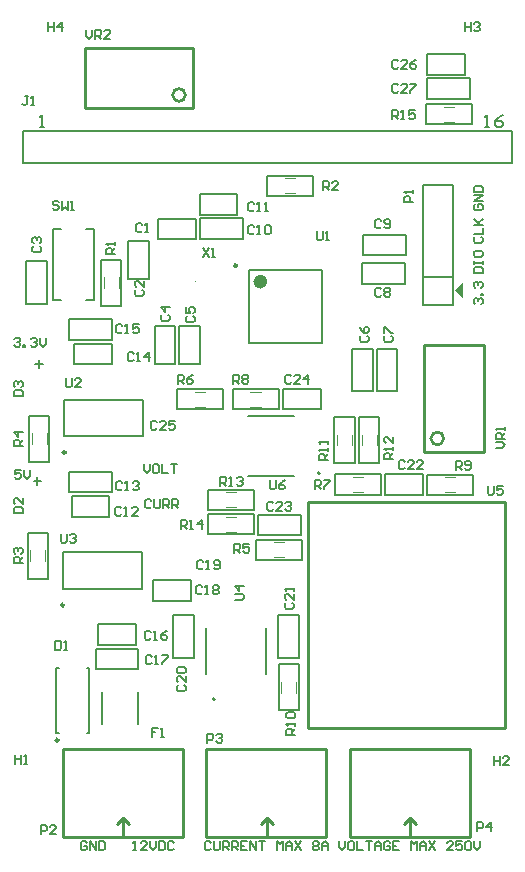
<source format=gto>
G04*
G04 #@! TF.GenerationSoftware,Altium Limited,Altium Designer,21.9.2 (33)*
G04*
G04 Layer_Color=65535*
%FSTAX25Y25*%
%MOIN*%
G70*
G04*
G04 #@! TF.SameCoordinates,0F4E3B0E-42B1-4E8D-80DC-DAFE1E1038FA*
G04*
G04*
G04 #@! TF.FilePolarity,Positive*
G04*
G01*
G75*
%ADD10C,0.02362*%
%ADD11C,0.00984*%
%ADD12C,0.00787*%
%ADD13C,0.00394*%
%ADD14C,0.01000*%
%ADD15C,0.00700*%
%ADD16C,0.00500*%
%ADD17C,0.00400*%
%ADD18C,0.00800*%
%ADD19C,0.00600*%
G36*
X04861Y02884D02*
X04886Y02859D01*
Y02909D01*
X04861Y02884D01*
D02*
G37*
D10*
X0422413Y0291268D02*
G03*
X0422413Y0291268I-0001181J0D01*
G01*
D11*
X0413358Y0296583D02*
G03*
X0413358Y0296583I-0000492J0D01*
G01*
X0356342Y0234298D02*
G03*
X0356342Y0234298I-0000492J0D01*
G01*
X0355841Y018346D02*
G03*
X0355841Y018346I-0000492J0D01*
G01*
X0353914Y01384D02*
G03*
X0353914Y01384I-0000492J0D01*
G01*
D12*
X0441078Y0227349D02*
G03*
X0441078Y0227349I-0000394J0D01*
G01*
X0406032Y0152D02*
G03*
X0406032Y0152I-0000394J0D01*
G01*
X0417295Y0270795D02*
X0441705D01*
X0417295Y0295205D02*
X0441705D01*
Y0270795D02*
Y0295205D01*
X0417295Y0270795D02*
Y0295205D01*
X0355849Y0239711D02*
X0382227D01*
X0355849Y0251916D02*
X0382227D01*
X0355849Y0239711D02*
Y0251916D01*
X0382227Y0239711D02*
Y0251916D01*
X0355349Y0188874D02*
X0381727D01*
X0355349Y0201078D02*
X0381727D01*
X0355349Y0188874D02*
Y0201078D01*
X0381727Y0188874D02*
Y0201078D01*
X035211Y0285189D02*
Y0308811D01*
Y0285189D02*
X0354866D01*
X035211Y0308811D02*
X0354866D01*
X0363134D02*
X036589D01*
X0363134Y0285189D02*
X036589D01*
Y0308811D01*
X0342024Y0341315D02*
X0504976D01*
Y0330685D02*
Y0341315D01*
X0342024Y0330685D02*
X0504976D01*
X0342024D02*
Y0341315D01*
X0368575Y0143745D02*
Y0154375D01*
X0380425Y0143745D02*
Y0154375D01*
X0353127Y0140959D02*
Y0162612D01*
X0364151Y0140959D02*
Y0162612D01*
X0353127Y0140959D02*
X0354013D01*
X0353127Y0162612D02*
X0354013D01*
X0363265Y0140959D02*
X0364151D01*
X0363265Y0162612D02*
X0364151D01*
D13*
X0399593Y0291407D02*
G03*
X0399593Y0291407I-0000197J0D01*
G01*
D14*
X0396221Y03535D02*
G03*
X0396221Y03535I-0002121J0D01*
G01*
X0482321Y0239D02*
G03*
X0482321Y0239I-0002121J0D01*
G01*
X0436982Y0142331D02*
Y0217922D01*
Y0142331D02*
X050273D01*
Y0217922D01*
X0436982D02*
X050273D01*
X03986Y0349D02*
Y0369D01*
X03629Y0349D02*
X03986D01*
X03629D02*
Y0369D01*
X03986D01*
X04757Y02345D02*
X04957D01*
X04757D02*
Y02702D01*
X04957D01*
Y02345D02*
Y02702D01*
X047105Y01062D02*
Y011235D01*
X047305Y011035D01*
X046905D02*
X047105Y011235D01*
X0451Y0106D02*
X0491D01*
X0451D02*
Y013555D01*
X0491Y0106D02*
Y013555D01*
X0451D02*
X0491D01*
X04233Y01062D02*
Y011235D01*
X04253Y011035D01*
X04213D02*
X04233Y011235D01*
X040325Y0106D02*
X044325D01*
X040325D02*
Y013555D01*
X044325Y0106D02*
Y013555D01*
X040325D02*
X044325D01*
X037555Y01062D02*
Y011235D01*
X037755Y011035D01*
X037355D02*
X037555Y011235D01*
X03555Y0106D02*
X03955D01*
X03555D02*
Y013555D01*
X03955Y0106D02*
Y013555D01*
X03555D02*
X03955D01*
D15*
X04756Y02929D02*
X04855D01*
X04755Y03234D02*
X04855D01*
X04755Y02834D02*
Y03234D01*
Y02834D02*
X04855D01*
Y03234D01*
D16*
X0476886Y0352134D02*
X0491059D01*
Y0359023D01*
X0476886D02*
X0491059D01*
X0476886Y0352134D02*
Y0359023D01*
X0476886Y0360221D02*
X0489484D01*
Y0367111D01*
X0476886D02*
X0489484D01*
X0476886Y0360221D02*
Y0367111D01*
X0343055Y0283811D02*
Y0297984D01*
Y0283811D02*
X0349945D01*
Y0297984D01*
X0343055D02*
X0349945D01*
X0427255Y0165913D02*
Y0180087D01*
Y0165913D02*
X0434145D01*
Y0180087D01*
X0427255D02*
X0434145D01*
X0428849Y0248655D02*
X0441448D01*
Y0255545D01*
X0428849D02*
X0441448D01*
X0428849Y0248655D02*
Y0255545D01*
X0400988Y0305468D02*
X0415374D01*
Y0312357D01*
X0400988D02*
X0415374D01*
X0400988Y0305468D02*
Y0312357D01*
X0400988Y0313555D02*
X0413586D01*
Y0320445D01*
X0400988D02*
X0413586D01*
X0400988Y0313555D02*
Y0320445D01*
X0387192Y03054D02*
X039979D01*
Y031229D01*
X0387192D02*
X039979D01*
X0387192Y03054D02*
Y031229D01*
X0377129Y0292195D02*
Y0304793D01*
Y0292195D02*
X0384019D01*
Y0304793D01*
X0377129D02*
X0384019D01*
X0455288Y0306931D02*
X0469674D01*
X0455288Y0300041D02*
Y0306931D01*
Y0300041D02*
X0469674D01*
Y0306931D01*
X0455076Y0297345D02*
X0469462D01*
X0455076Y0290455D02*
Y0297345D01*
Y0290455D02*
X0469462D01*
Y0297345D01*
X0458773Y0254768D02*
Y0268941D01*
X0451883D02*
X0458773D01*
X0451883Y0254768D02*
Y0268941D01*
Y0254768D02*
X0458773D01*
X045997Y0254795D02*
Y0268969D01*
Y0254795D02*
X046686D01*
Y0268969D01*
X045997D02*
X046686D01*
X0385958Y0263842D02*
Y0276441D01*
Y0263842D02*
X0392848D01*
Y0276441D01*
X0385958D02*
X0392848D01*
X0394045Y0263842D02*
Y0276441D01*
Y0263842D02*
X0400935D01*
Y0276441D01*
X0394045D02*
X0400935D01*
X0357424Y0278721D02*
X0371597D01*
X0357424Y0271831D02*
Y0278721D01*
Y0271831D02*
X0371597D01*
Y0278721D01*
X0358999Y0270634D02*
X0371597D01*
X0358999Y0263744D02*
Y0270634D01*
Y0263744D02*
X0371597D01*
Y0270634D01*
X0357479Y0227883D02*
X0371653D01*
X0357479Y0220994D02*
Y0227883D01*
Y0220994D02*
X0371653D01*
Y0227883D01*
X0358267Y0219796D02*
X0370865D01*
X0358267Y0212906D02*
Y0219796D01*
Y0212906D02*
X0370865D01*
Y0219796D01*
X0366413Y0168958D02*
X0380587D01*
X0366413Y0162068D02*
Y0168958D01*
Y0162068D02*
X0380587D01*
Y0168958D01*
X0367201Y0177046D02*
X0379799D01*
X0367201Y0170156D02*
Y0177046D01*
Y0170156D02*
X0379799D01*
Y0177046D01*
X0385484Y019182D02*
X0398083D01*
X0385484Y018493D02*
Y019182D01*
Y018493D02*
X0398083D01*
Y019182D01*
X0398969Y0165913D02*
Y0180087D01*
X0392079D02*
X0398969D01*
X0392079Y0165913D02*
Y0180087D01*
Y0165913D02*
X0398969D01*
X0420413Y0213539D02*
X0434913D01*
Y0206649D02*
Y0213539D01*
X0420413Y0206649D02*
X0434913D01*
X0420413D02*
Y0213539D01*
X0462701Y0220255D02*
Y0227145D01*
X0475299D01*
Y0220255D02*
Y0227145D01*
X0462701Y0220255D02*
X0475299D01*
X04767Y02202D02*
X0492D01*
Y02269D01*
X04767D02*
X0492D01*
X04767Y02202D02*
Y02269D01*
X04037Y0206999D02*
X0419D01*
Y0213699D01*
X04037D02*
X0419D01*
X04037Y0206999D02*
Y0213699D01*
X04038Y02152D02*
X04191D01*
Y02219D01*
X04038D02*
X04191D01*
X04038Y02152D02*
Y02219D01*
X04197Y01986D02*
X0435D01*
Y02053D01*
X04197D02*
X0435D01*
X04197Y01986D02*
Y02053D01*
X039341Y0255445D02*
X040871D01*
X039341Y0248745D02*
Y0255445D01*
Y0248745D02*
X040871D01*
Y0255445D01*
X04459Y0230749D02*
Y0246049D01*
Y0230749D02*
X04526D01*
Y0246049D01*
X04459D02*
X04526D01*
X0412Y02555D02*
X04273D01*
X0412Y02488D02*
Y02555D01*
Y02488D02*
X04273D01*
Y02555D01*
X0454101Y0230749D02*
Y0246049D01*
Y0230749D02*
X0460801D01*
Y0246049D01*
X0454101D02*
X0460801D01*
X0417102Y0246365D02*
X0432456D01*
X0417102Y0226483D02*
X0432456D01*
X0403059Y0160323D02*
Y0175677D01*
X0422941Y0160323D02*
Y0175677D01*
X04917Y03437D02*
Y03504D01*
X04764Y03437D02*
X04917D01*
X04764D02*
Y03504D01*
X04917D01*
X04273Y01637D02*
X0434D01*
Y01484D02*
Y01637D01*
X04273Y01484D02*
X0434D01*
X04273D02*
Y01637D01*
X0461351Y02203D02*
Y0227D01*
X0446051Y02203D02*
X0461351D01*
X0446051D02*
Y0227D01*
X0461351D01*
X03442Y0231264D02*
X03509D01*
X03442D02*
Y0246564D01*
X03509D01*
Y0231264D02*
Y0246564D01*
X03437Y01923D02*
X03504D01*
X03437D02*
Y02076D01*
X03504D01*
Y01923D02*
Y02076D01*
X04234Y03199D02*
Y03266D01*
X04387D01*
Y03199D02*
Y03266D01*
X04234Y03199D02*
X04387D01*
X03682Y02833D02*
X03749D01*
X03682D02*
Y02986D01*
X03749D01*
Y02833D02*
Y02986D01*
X0347396Y0262469D02*
Y0265039D01*
X0348681Y0263754D02*
X034611D01*
X0346896Y0223504D02*
Y0226075D01*
X0348181Y022479D02*
X034561D01*
D17*
X04827Y02261D02*
X04861D01*
X04827Y02211D02*
X04861D01*
X04097Y0212899D02*
X04131D01*
X04097Y0207899D02*
X04131D01*
X04098Y02211D02*
X04132D01*
X04098Y02161D02*
X04132D01*
X04257Y02045D02*
X04291D01*
X04257Y01995D02*
X04291D01*
X039931Y0249545D02*
X040271D01*
X039931Y0254545D02*
X040271D01*
X04518Y0236649D02*
Y0240049D01*
X04468Y0236649D02*
Y0240049D01*
X04179Y02496D02*
X04213D01*
X04179Y02546D02*
X04213D01*
X0460001Y0236649D02*
Y0240049D01*
X0455001Y0236649D02*
Y0240049D01*
X04823Y03495D02*
X04857D01*
X04823Y03445D02*
X04857D01*
X04282Y01543D02*
Y01577D01*
X04332Y01543D02*
Y01577D01*
X0451951Y02261D02*
X0455351D01*
X0451951Y02211D02*
X0455351D01*
X035Y0237264D02*
Y0240664D01*
X0345Y0237264D02*
Y0240664D01*
X03495Y01983D02*
Y02017D01*
X03445Y01983D02*
Y02017D01*
X04294Y03208D02*
X04328D01*
X04294Y03258D02*
X04328D01*
X0374Y02893D02*
Y02927D01*
X0369Y02893D02*
Y02927D01*
D18*
X03456Y0303D02*
X03451Y03025D01*
Y0301501D01*
X03456Y0301001D01*
X03476D01*
X0348099Y0301501D01*
Y03025D01*
X03476Y0303D01*
X03456Y0304D02*
X03451Y03045D01*
Y0305499D01*
X03456Y0305999D01*
X03461D01*
X03466Y0305499D01*
Y0304999D01*
Y0305499D01*
X03471Y0305999D01*
X03476D01*
X0348099Y0305499D01*
Y03045D01*
X03476Y0304D01*
X03392Y0272099D02*
X03397Y0272599D01*
X03407D01*
X0341199Y0272099D01*
Y0271599D01*
X03407Y0271099D01*
X03402D01*
X03407D01*
X0341199Y02706D01*
Y02701D01*
X03407Y02696D01*
X03397D01*
X03392Y02701D01*
X0342199Y02696D02*
Y02701D01*
X0342699D01*
Y02696D01*
X0342199D01*
X0344698Y0272099D02*
X0345198Y0272599D01*
X0346198D01*
X0346698Y0272099D01*
Y0271599D01*
X0346198Y0271099D01*
X0345698D01*
X0346198D01*
X0346698Y02706D01*
Y02701D01*
X0346198Y02696D01*
X0345198D01*
X0344698Y02701D01*
X0347697Y0272599D02*
Y02706D01*
X0348697Y02696D01*
X0349697Y02706D01*
Y0272599D01*
X0341338Y0228562D02*
X0339339D01*
Y0227063D01*
X0340339Y0227563D01*
X0340839D01*
X0341338Y0227063D01*
Y0226063D01*
X0340839Y0225563D01*
X0339839D01*
X0339339Y0226063D01*
X0342338Y0228562D02*
Y0226563D01*
X0343338Y0225563D01*
X0344338Y0226563D01*
Y0228562D01*
X0492801Y02837D02*
X0492301Y02842D01*
Y0285199D01*
X0492801Y0285699D01*
X0493301D01*
X04938Y0285199D01*
Y02847D01*
Y0285199D01*
X04943Y0285699D01*
X04948D01*
X04953Y0285199D01*
Y02842D01*
X04948Y02837D01*
X04953Y0286699D02*
X04948D01*
Y0287199D01*
X04953D01*
Y0286699D01*
X0492801Y0289198D02*
X0492301Y0289698D01*
Y0290698D01*
X0492801Y0291198D01*
X0493301D01*
X04938Y0290698D01*
Y0290198D01*
Y0290698D01*
X04943Y0291198D01*
X04948D01*
X04953Y0290698D01*
Y0289698D01*
X04948Y0289198D01*
X0492301Y0294D02*
X04953D01*
Y02955D01*
X04948Y0295999D01*
X0492801D01*
X0492301Y02955D01*
Y0294D01*
Y0296999D02*
Y0297999D01*
Y0297499D01*
X04953D01*
Y0296999D01*
Y0297999D01*
X0492301Y0300998D02*
Y0299998D01*
X0492801Y0299498D01*
X04948D01*
X04953Y0299998D01*
Y0300998D01*
X04948Y0301498D01*
X0492801D01*
X0492301Y0300998D01*
X0492801Y0306299D02*
X0492301Y03058D01*
Y03048D01*
X0492801Y03043D01*
X04948D01*
X04953Y03048D01*
Y03058D01*
X04948Y0306299D01*
X0492301Y0307299D02*
X04953D01*
Y0309298D01*
X0492301Y0310298D02*
X04953D01*
X04943D01*
X0492301Y0312298D01*
X04938Y0310798D01*
X04953Y0312298D01*
X0492801Y0317099D02*
X0492301Y0316599D01*
Y03156D01*
X0492801Y03151D01*
X04948D01*
X04953Y03156D01*
Y0316599D01*
X04948Y0317099D01*
X04938D01*
Y03161D01*
X04953Y0318099D02*
X0492301D01*
X04953Y0320098D01*
X0492301D01*
Y0321098D02*
X04953D01*
Y0322598D01*
X04948Y0323097D01*
X0492801D01*
X0492301Y0322598D01*
Y0321098D01*
X047225Y0317651D02*
X046925D01*
Y031915D01*
X046975Y031965D01*
X047075D01*
X047125Y031915D01*
Y0317651D01*
X047225Y032065D02*
Y0321649D01*
Y0321149D01*
X046925D01*
X046975Y032065D01*
X0489301Y0377699D02*
Y03747D01*
Y03762D01*
X04913D01*
Y0377699D01*
Y03747D01*
X04923Y03772D02*
X04928Y0377699D01*
X0493799D01*
X0494299Y03772D01*
Y03767D01*
X0493799Y03762D01*
X0493299D01*
X0493799D01*
X0494299Y03757D01*
Y03752D01*
X0493799Y03747D01*
X04928D01*
X04923Y03752D01*
X0350501Y03778D02*
Y03748D01*
Y03763D01*
X03525D01*
Y03778D01*
Y03748D01*
X0354999D02*
Y03778D01*
X03535Y03763D01*
X0355499D01*
X0384799Y0218299D02*
X0384299Y0218799D01*
X03833D01*
X03828Y0218299D01*
Y02163D01*
X03833Y02158D01*
X0384299D01*
X0384799Y02163D01*
X0385799Y0218799D02*
Y02163D01*
X0386299Y02158D01*
X0387298D01*
X0387798Y02163D01*
Y0218799D01*
X0388798Y02158D02*
Y0218799D01*
X0390298D01*
X0390797Y0218299D01*
Y02173D01*
X0390298Y02168D01*
X0388798D01*
X0389798D02*
X0390797Y02158D01*
X0391797D02*
Y0218799D01*
X0393297D01*
X0393796Y0218299D01*
Y02173D01*
X0393297Y02168D01*
X0391797D01*
X0392797D02*
X0393796Y02158D01*
X03824Y0230399D02*
Y02284D01*
X03834Y02274D01*
X0384399Y02284D01*
Y0230399D01*
X0386898D02*
X0385899D01*
X0385399Y0229899D01*
Y02279D01*
X0385899Y02274D01*
X0386898D01*
X0387398Y02279D01*
Y0229899D01*
X0386898Y0230399D01*
X0388398D02*
Y02274D01*
X0390397D01*
X0391397Y0230399D02*
X0393396D01*
X0392397D01*
Y02274D01*
X0404756Y0104299D02*
X0404256Y0104799D01*
X0403257D01*
X0402757Y0104299D01*
Y01023D01*
X0403257Y01018D01*
X0404256D01*
X0404756Y01023D01*
X0405756Y0104799D02*
Y01023D01*
X0406255Y01018D01*
X0407255D01*
X0407755Y01023D01*
Y0104799D01*
X0408755Y01018D02*
Y0104799D01*
X0410254D01*
X0410754Y0104299D01*
Y0103299D01*
X0410254Y01028D01*
X0408755D01*
X0409754D02*
X0410754Y01018D01*
X0411754D02*
Y0104799D01*
X0413253D01*
X0413753Y0104299D01*
Y0103299D01*
X0413253Y01028D01*
X0411754D01*
X0412753D02*
X0413753Y01018D01*
X0416752Y0104799D02*
X0414753D01*
Y01018D01*
X0416752D01*
X0414753Y0103299D02*
X0415752D01*
X0417752Y01018D02*
Y0104799D01*
X0419751Y01018D01*
Y0104799D01*
X0420751D02*
X042275D01*
X042175D01*
Y01018D01*
X0426749D02*
Y0104799D01*
X0427748Y0103799D01*
X0428748Y0104799D01*
Y01018D01*
X0429748D02*
Y0103799D01*
X0430748Y0104799D01*
X0431747Y0103799D01*
Y01018D01*
Y0103299D01*
X0429748D01*
X0432747Y0104799D02*
X0434746Y01018D01*
Y0104799D02*
X0432747Y01018D01*
X0438745Y0104299D02*
X0439245Y0104799D01*
X0440244D01*
X0440744Y0104299D01*
Y0103799D01*
X0440244Y0103299D01*
X0440744Y01028D01*
Y01023D01*
X0440244Y01018D01*
X0439245D01*
X0438745Y01023D01*
Y01028D01*
X0439245Y0103299D01*
X0438745Y0103799D01*
Y0104299D01*
X0439245Y0103299D02*
X0440244D01*
X0441744Y01018D02*
Y0103799D01*
X0442744Y0104799D01*
X0443743Y0103799D01*
Y01018D01*
Y0103299D01*
X0441744D01*
X0447508Y0104799D02*
Y01028D01*
X0448507Y01018D01*
X0449507Y01028D01*
Y0104799D01*
X0452006D02*
X0451007D01*
X0450507Y0104299D01*
Y01023D01*
X0451007Y01018D01*
X0452006D01*
X0452506Y01023D01*
Y0104299D01*
X0452006Y0104799D01*
X0453506D02*
Y01018D01*
X0455505D01*
X0456505Y0104799D02*
X0458504D01*
X0457504D01*
Y01018D01*
X0459504D02*
Y0103799D01*
X0460503Y0104799D01*
X0461503Y0103799D01*
Y01018D01*
Y0103299D01*
X0459504D01*
X0464502Y0104299D02*
X0464002Y0104799D01*
X0463003D01*
X0462503Y0104299D01*
Y01023D01*
X0463003Y01018D01*
X0464002D01*
X0464502Y01023D01*
Y0103299D01*
X0463502D01*
X0467501Y0104799D02*
X0465502D01*
Y01018D01*
X0467501D01*
X0465502Y0103299D02*
X0466502D01*
X04715Y01018D02*
Y0104799D01*
X04725Y0103799D01*
X0473499Y0104799D01*
Y01018D01*
X0474499D02*
Y0103799D01*
X0475498Y0104799D01*
X0476498Y0103799D01*
Y01018D01*
Y0103299D01*
X0474499D01*
X0477498Y0104799D02*
X0479497Y01018D01*
Y0104799D02*
X0477498Y01018D01*
X0485495D02*
X0483496D01*
X0485495Y0103799D01*
Y0104299D01*
X0484996Y0104799D01*
X0483996D01*
X0483496Y0104299D01*
X0488494Y0104799D02*
X0486495D01*
Y0103299D01*
X0487495Y0103799D01*
X0487994D01*
X0488494Y0103299D01*
Y01023D01*
X0487994Y01018D01*
X0486995D01*
X0486495Y01023D01*
X0489494Y0104299D02*
X0489994Y0104799D01*
X0490993D01*
X0491493Y0104299D01*
Y01023D01*
X0490993Y01018D01*
X0489994D01*
X0489494Y01023D01*
Y0104299D01*
X0492493Y0104799D02*
Y01028D01*
X0493493Y01018D01*
X0494492Y01028D01*
Y0104799D01*
X03789Y01018D02*
X03799D01*
X03794D01*
Y0104799D01*
X03789Y0104299D01*
X0383399Y01018D02*
X0381399D01*
X0383399Y0103799D01*
Y0104299D01*
X0382899Y0104799D01*
X0381899D01*
X0381399Y0104299D01*
X0384398Y0104799D02*
Y01028D01*
X0385398Y01018D01*
X0386398Y01028D01*
Y0104799D01*
X0387397D02*
Y01018D01*
X0388897D01*
X0389397Y01023D01*
Y0104299D01*
X0388897Y0104799D01*
X0387397D01*
X0392396Y0104299D02*
X0391896Y0104799D01*
X0390896D01*
X0390396Y0104299D01*
Y01023D01*
X0390896Y01018D01*
X0391896D01*
X0392396Y01023D01*
X0363299Y0104299D02*
X03628Y0104799D01*
X03618D01*
X03613Y0104299D01*
Y01023D01*
X03618Y01018D01*
X03628D01*
X0363299Y01023D01*
Y0103299D01*
X03623D01*
X0364299Y01018D02*
Y0104799D01*
X0366298Y01018D01*
Y0104799D01*
X0367298D02*
Y01018D01*
X0368798D01*
X0369297Y01023D01*
Y0104299D01*
X0368798Y0104799D01*
X0367298D01*
X0440001Y0307999D02*
Y03055D01*
X04405Y0305D01*
X04415D01*
X0442Y03055D01*
Y0307999D01*
X0443Y0305D02*
X0443999D01*
X04435D01*
Y0307999D01*
X0443Y03075D01*
X0354701Y0207299D02*
Y02048D01*
X0355201Y02043D01*
X03562D01*
X03567Y02048D01*
Y0207299D01*
X03577Y02068D02*
X03582Y0207299D01*
X0359199D01*
X0359699Y02068D01*
Y02063D01*
X0359199Y02058D01*
X0358699D01*
X0359199D01*
X0359699Y02053D01*
Y02048D01*
X0359199Y02043D01*
X03582D01*
X03577Y02048D01*
X0356301Y02591D02*
Y02566D01*
X0356801Y0256101D01*
X03578D01*
X03583Y02566D01*
Y02591D01*
X0361299Y0256101D02*
X03593D01*
X0361299Y02581D01*
Y02586D01*
X0360799Y02591D01*
X03598D01*
X03593Y02586D01*
X0486401Y0228601D02*
Y0231599D01*
X04879D01*
X04884Y02311D01*
Y02301D01*
X04879Y02296D01*
X0486401D01*
X04874D02*
X04884Y0228601D01*
X04894Y02291D02*
X04899Y0228601D01*
X0490899D01*
X0491399Y02291D01*
Y02311D01*
X0490899Y0231599D01*
X04899D01*
X04894Y02311D01*
Y02306D01*
X04899Y02301D01*
X0491399D01*
X0386601Y0244411D02*
X0386101Y0244911D01*
X0385101D01*
X0384601Y0244411D01*
Y0242412D01*
X0385101Y0241912D01*
X0386101D01*
X0386601Y0242412D01*
X03896Y0241912D02*
X03876D01*
X03896Y0243912D01*
Y0244411D01*
X03891Y0244911D01*
X03881D01*
X03876Y0244411D01*
X0392599Y0244911D02*
X0390599D01*
Y0243412D01*
X0391599Y0243912D01*
X0392099D01*
X0392599Y0243412D01*
Y0242412D01*
X0392099Y0241912D01*
X0391099D01*
X0390599Y0242412D01*
X0442101Y03218D02*
Y0324799D01*
X04436D01*
X04441Y03243D01*
Y03233D01*
X04436Y03228D01*
X0442101D01*
X0443101D02*
X04441Y03218D01*
X0447099D02*
X04451D01*
X0447099Y03238D01*
Y03243D01*
X0446599Y0324799D01*
X04456D01*
X04451Y03243D01*
X0402001Y03026D02*
X0404Y0299601D01*
Y03026D02*
X0402001Y0299601D01*
X0405D02*
X0405999D01*
X04055D01*
Y03026D01*
X0405Y03021D01*
X03632Y0375299D02*
Y03733D01*
X03642Y03723D01*
X0365199Y03733D01*
Y0375299D01*
X0366199Y03723D02*
Y0375299D01*
X0367699D01*
X0368198Y0374799D01*
Y0373799D01*
X0367699Y03733D01*
X0366199D01*
X0367199D02*
X0368198Y03723D01*
X0371197D02*
X0369198D01*
X0371197Y0374299D01*
Y0374799D01*
X0370698Y0375299D01*
X0369698D01*
X0369198Y0374799D01*
X04997Y0235801D02*
X05017D01*
X05027Y0236801D01*
X05017Y0237801D01*
X04997D01*
X05027Y02388D02*
X04997D01*
Y02403D01*
X05002Y0240799D01*
X05012D01*
X05017Y02403D01*
Y02388D01*
Y02398D02*
X05027Y0240799D01*
Y0241799D02*
Y0242799D01*
Y0242299D01*
X04997D01*
X05002Y0241799D01*
X0424401Y0224999D02*
Y02225D01*
X0424901Y0222001D01*
X04259D01*
X04264Y02225D01*
Y0224999D01*
X0429399D02*
X04284Y02245D01*
X04274Y02235D01*
Y02225D01*
X04279Y0222001D01*
X0428899D01*
X0429399Y02225D01*
Y0223D01*
X0428899Y02235D01*
X04274D01*
X0497001Y02232D02*
Y02207D01*
X0497501Y02202D01*
X04985D01*
X0499Y02207D01*
Y02232D01*
X0501999D02*
X05D01*
Y02217D01*
X0500999Y02222D01*
X0501499D01*
X0501999Y02217D01*
Y02207D01*
X0501499Y02202D01*
X05005D01*
X05Y02207D01*
X0412601Y0185201D02*
X04151D01*
X0415599Y0185701D01*
Y01867D01*
X04151Y01872D01*
X0412601D01*
X0415599Y0189699D02*
X0412601D01*
X04141Y01882D01*
Y0190199D01*
X0353999Y0317799D02*
X03535Y0318299D01*
X03525D01*
X0352Y0317799D01*
Y0317299D01*
X03525Y0316799D01*
X03535D01*
X0353999Y03163D01*
Y03158D01*
X03535Y03153D01*
X03525D01*
X0352Y03158D01*
X0354999Y0318299D02*
Y03153D01*
X0355999Y03163D01*
X0356998Y03153D01*
Y0318299D01*
X0357998Y03153D02*
X0358998D01*
X0358498D01*
Y0318299D01*
X0357998Y0317799D01*
X0465186Y0345401D02*
Y0348399D01*
X0466686D01*
X0467186Y03479D01*
Y03469D01*
X0466686Y03464D01*
X0465186D01*
X0466186D02*
X0467186Y0345401D01*
X0468185D02*
X0469185D01*
X0468685D01*
Y0348399D01*
X0468185Y03479D01*
X0472684Y0348399D02*
X0470685D01*
Y03469D01*
X0471684Y03474D01*
X0472184D01*
X0472684Y03469D01*
Y03459D01*
X0472184Y0345401D01*
X0471184D01*
X0470685Y03459D01*
X0394651Y02089D02*
Y0211899D01*
X0396151D01*
X0396651Y02114D01*
Y02104D01*
X0396151Y02099D01*
X0394651D01*
X0395651D02*
X0396651Y02089D01*
X039765D02*
X039865D01*
X039815D01*
Y0211899D01*
X039765Y02114D01*
X0401649Y02089D02*
Y0211899D01*
X0400149Y02104D01*
X0402149D01*
X0407851Y02232D02*
Y02262D01*
X0409351D01*
X0409851Y02257D01*
Y02247D01*
X0409351Y02242D01*
X0407851D01*
X0408851D02*
X0409851Y02232D01*
X041085D02*
X041185D01*
X041135D01*
Y02262D01*
X041085Y02257D01*
X0413349D02*
X0413849Y02262D01*
X0414849D01*
X0415349Y02257D01*
Y02252D01*
X0414849Y02247D01*
X0414349D01*
X0414849D01*
X0415349Y02242D01*
Y02237D01*
X0414849Y02232D01*
X0413849D01*
X0413349Y02237D01*
X0465499Y0232051D02*
X04625D01*
Y0233551D01*
X0463Y0234051D01*
X0464D01*
X04645Y0233551D01*
Y0232051D01*
Y0233051D02*
X0465499Y0234051D01*
Y023505D02*
Y023605D01*
Y023555D01*
X04625D01*
X0463Y023505D01*
X0465499Y0239549D02*
Y0237549D01*
X04635Y0239549D01*
X0463D01*
X04625Y0239049D01*
Y0238049D01*
X0463Y0237549D01*
X04436Y0231651D02*
X04406D01*
Y0233151D01*
X04411Y023365D01*
X04421D01*
X04426Y0233151D01*
Y0231651D01*
Y0232651D02*
X04436Y023365D01*
Y023465D02*
Y023565D01*
Y023515D01*
X04406D01*
X04411Y023465D01*
X04436Y0237149D02*
Y0238149D01*
Y0237649D01*
X04406D01*
X04411Y0237149D01*
X04329Y0140151D02*
X0429901D01*
Y0141651D01*
X04304Y0142151D01*
X04314D01*
X04319Y0141651D01*
Y0140151D01*
Y0141151D02*
X04329Y0142151D01*
Y014315D02*
Y014415D01*
Y014365D01*
X0429901D01*
X04304Y014315D01*
Y0145649D02*
X0429901Y0146149D01*
Y0147149D01*
X04304Y0147649D01*
X04324D01*
X04329Y0147149D01*
Y0146149D01*
X04324Y0145649D01*
X04304D01*
X0412101Y02573D02*
Y0260299D01*
X04136D01*
X04141Y02598D01*
Y02588D01*
X04136Y02583D01*
X0412101D01*
X04131D02*
X04141Y02573D01*
X04151Y02598D02*
X04156Y0260299D01*
X0416599D01*
X0417099Y02598D01*
Y02593D01*
X0416599Y02588D01*
X0417099Y02583D01*
Y02578D01*
X0416599Y02573D01*
X04156D01*
X04151Y02578D01*
Y02583D01*
X04156Y02588D01*
X04151Y02593D01*
Y02598D01*
X04156Y02588D02*
X0416599D01*
X0439401Y0222301D02*
Y02253D01*
X04409D01*
X04414Y02248D01*
Y02238D01*
X04409Y02233D01*
X0439401D01*
X0440401D02*
X04414Y0222301D01*
X04424Y02253D02*
X0444399D01*
Y02248D01*
X04424Y02228D01*
Y0222301D01*
X0393701Y02573D02*
Y0260299D01*
X03952D01*
X03957Y02598D01*
Y02588D01*
X03952Y02583D01*
X0393701D01*
X0394701D02*
X03957Y02573D01*
X0398699Y0260299D02*
X0397699Y02598D01*
X03967Y02588D01*
Y02578D01*
X03972Y02573D01*
X0398199D01*
X0398699Y02578D01*
Y02583D01*
X0398199Y02588D01*
X03967D01*
X0412501Y0200901D02*
Y02039D01*
X0414D01*
X04145Y02034D01*
Y02024D01*
X0414Y02019D01*
X0412501D01*
X04135D02*
X04145Y0200901D01*
X0417499Y02039D02*
X04155D01*
Y02024D01*
X04165Y02029D01*
X0416999D01*
X0417499Y02024D01*
Y02014D01*
X0416999Y0200901D01*
X0416D01*
X04155Y02014D01*
X0342Y0236501D02*
X0339001D01*
Y0238D01*
X03395Y02385D01*
X03405D01*
X0341Y0238D01*
Y0236501D01*
Y0237501D02*
X0342Y02385D01*
Y0240999D02*
X0339001D01*
X03405Y02395D01*
Y0241499D01*
X0342Y0197501D02*
X0339001D01*
Y0199D01*
X03395Y01995D01*
X03405D01*
X0341Y0199D01*
Y0197501D01*
Y0198501D02*
X0342Y01995D01*
X03395Y02005D02*
X0339001Y0201D01*
Y0201999D01*
X03395Y0202499D01*
X034D01*
X03405Y0201999D01*
Y02015D01*
Y0201999D01*
X0341Y0202499D01*
X03415D01*
X0342Y0201999D01*
Y0201D01*
X03415Y02005D01*
X0372826Y0300414D02*
X0369827D01*
Y0301913D01*
X0370327Y0302413D01*
X0371327D01*
X0371826Y0301913D01*
Y0300414D01*
Y0301414D02*
X0372826Y0302413D01*
Y0303413D02*
Y0304413D01*
Y0303913D01*
X0369827D01*
X0370327Y0303413D01*
X0493501Y0108001D02*
Y0111D01*
X0495D01*
X04955Y01105D01*
Y01095D01*
X0495Y0109D01*
X0493501D01*
X0497999Y0108001D02*
Y0111D01*
X04965Y01095D01*
X0498499D01*
X0403501Y0137501D02*
Y0140499D01*
X0405D01*
X04055Y014D01*
Y0139D01*
X0405Y01385D01*
X0403501D01*
X04065Y014D02*
X0407Y0140499D01*
X0407999D01*
X0408499Y014D01*
Y01395D01*
X0407999Y0139D01*
X04075D01*
X0407999D01*
X0408499Y01385D01*
Y0138D01*
X0407999Y0137501D01*
X0407D01*
X04065Y0138D01*
X0348001Y0107001D02*
Y011D01*
X03495D01*
X035Y01095D01*
Y01085D01*
X03495Y0108D01*
X0348001D01*
X0352999Y0107001D02*
X0351D01*
X0352999Y0109D01*
Y01095D01*
X0352499Y011D01*
X03515D01*
X0351Y01095D01*
X0343899Y0353099D02*
X03429D01*
X03434D01*
Y03506D01*
X03429Y03501D01*
X03424D01*
X03419Y03506D01*
X0344899Y03501D02*
X0345899D01*
X0345399D01*
Y0353099D01*
X0344899Y0352599D01*
X0499001Y0133D02*
Y013D01*
Y01315D01*
X0501D01*
Y0133D01*
Y013D01*
X0503999D02*
X0502D01*
X0503999Y0132D01*
Y01325D01*
X0503499Y0133D01*
X05025D01*
X0502Y01325D01*
X03395Y0133599D02*
Y01306D01*
Y0132099D01*
X0341499D01*
Y0133599D01*
Y01306D01*
X0342499D02*
X0343499D01*
X0342999D01*
Y0133599D01*
X0342499Y0133099D01*
X0387Y0142499D02*
X0385001D01*
Y0141D01*
X0386D01*
X0385001D01*
Y01395D01*
X0388D02*
X0388999D01*
X0388499D01*
Y0142499D01*
X0388Y0142D01*
X0339001Y0253001D02*
X0342D01*
Y02545D01*
X03415Y0255D01*
X03395D01*
X0339001Y02545D01*
Y0253001D01*
X03395Y0256D02*
X0339001Y02565D01*
Y0257499D01*
X03395Y0257999D01*
X034D01*
X03405Y0257499D01*
Y0256999D01*
Y0257499D01*
X0341Y0257999D01*
X03415D01*
X0342Y0257499D01*
Y02565D01*
X03415Y0256D01*
X0339001Y0214001D02*
X0342D01*
Y02155D01*
X03415Y0216D01*
X03395D01*
X0339001Y02155D01*
Y0214001D01*
X0342Y0218999D02*
Y0217D01*
X034Y0218999D01*
X03395D01*
X0339001Y0218499D01*
Y02175D01*
X03395Y0217D01*
X03528Y0171499D02*
Y01685D01*
X0354299D01*
X0354799Y0169D01*
Y0170999D01*
X0354299Y0171499D01*
X03528D01*
X0355799Y01685D02*
X0356799D01*
X0356299D01*
Y0171499D01*
X0355799Y0170999D01*
X0467186Y03568D02*
X0466686Y0357299D01*
X0465686D01*
X0465186Y03568D01*
Y03548D01*
X0465686Y03543D01*
X0466686D01*
X0467186Y03548D01*
X0470185Y03543D02*
X0468185D01*
X0470185Y03563D01*
Y03568D01*
X0469685Y0357299D01*
X0468685D01*
X0468185Y03568D01*
X0471184Y0357299D02*
X0473184D01*
Y03568D01*
X0471184Y03548D01*
Y03543D01*
X0467186Y03648D02*
X0466686Y03653D01*
X0465686D01*
X0465186Y03648D01*
Y03628D01*
X0465686Y03623D01*
X0466686D01*
X0467186Y03628D01*
X0470185Y03623D02*
X0468185D01*
X0470185Y03643D01*
Y03648D01*
X0469685Y03653D01*
X0468685D01*
X0468185Y03648D01*
X0473184Y03653D02*
X0472184Y03648D01*
X0471184Y03638D01*
Y03628D01*
X0471684Y03623D01*
X0472684D01*
X0473184Y03628D01*
Y03633D01*
X0472684Y03638D01*
X0471184D01*
X0431501Y02598D02*
X0431001Y0260299D01*
X0430001D01*
X0429501Y02598D01*
Y02578D01*
X0430001Y02573D01*
X0431001D01*
X0431501Y02578D01*
X04345Y02573D02*
X04325D01*
X04345Y02593D01*
Y02598D01*
X0434Y0260299D01*
X0433D01*
X04325Y02598D01*
X0436999Y02573D02*
Y0260299D01*
X0435499Y02588D01*
X0437499D01*
X0425501Y02174D02*
X0425001Y0217899D01*
X0424001D01*
X0423501Y02174D01*
Y02154D01*
X0424001Y02149D01*
X0425001D01*
X0425501Y02154D01*
X04285Y02149D02*
X04265D01*
X04285Y02169D01*
Y02174D01*
X0428Y0217899D01*
X0427D01*
X04265Y02174D01*
X0429499D02*
X0429999Y0217899D01*
X0430999D01*
X0431499Y02174D01*
Y02169D01*
X0430999Y02164D01*
X0430499D01*
X0430999D01*
X0431499Y02159D01*
Y02154D01*
X0430999Y02149D01*
X0429999D01*
X0429499Y02154D01*
X0469301Y02313D02*
X0468801Y02318D01*
X0467801D01*
X0467301Y02313D01*
Y02293D01*
X0467801Y0228801D01*
X0468801D01*
X0469301Y02293D01*
X04723Y0228801D02*
X04703D01*
X04723Y02308D01*
Y02313D01*
X04718Y02318D01*
X04708D01*
X04703Y02313D01*
X0475299Y0228801D02*
X0473299D01*
X0475299Y02308D01*
Y02313D01*
X0474799Y02318D01*
X0473799D01*
X0473299Y02313D01*
X04299Y0184201D02*
X04294Y0183701D01*
Y0182701D01*
X04299Y0182201D01*
X04319D01*
X04324Y0182701D01*
Y0183701D01*
X04319Y0184201D01*
X04324Y0187199D02*
Y01852D01*
X04304Y0187199D01*
X04299D01*
X04294Y01867D01*
Y01857D01*
X04299Y01852D01*
X04324Y0188199D02*
Y0189199D01*
Y0188699D01*
X04294D01*
X04299Y0188199D01*
X03939Y0156801D02*
X0393401Y0156301D01*
Y0155301D01*
X03939Y0154801D01*
X03959D01*
X0396399Y0155301D01*
Y0156301D01*
X03959Y0156801D01*
X0396399Y01598D02*
Y01578D01*
X03944Y01598D01*
X03939D01*
X0393401Y01593D01*
Y01583D01*
X03939Y01578D01*
Y0160799D02*
X0393401Y0161299D01*
Y0162299D01*
X03939Y0162799D01*
X03959D01*
X0396399Y0162299D01*
Y0161299D01*
X03959Y0160799D01*
X03939D01*
X0402251Y01979D02*
X0401751Y0198399D01*
X0400751D01*
X0400251Y01979D01*
Y01959D01*
X0400751Y0195401D01*
X0401751D01*
X0402251Y01959D01*
X040325Y0195401D02*
X040425D01*
X040375D01*
Y0198399D01*
X040325Y01979D01*
X0405749Y01959D02*
X0406249Y0195401D01*
X0407249D01*
X0407749Y01959D01*
Y01979D01*
X0407249Y0198399D01*
X0406249D01*
X0405749Y01979D01*
Y01974D01*
X0406249Y01969D01*
X0407749D01*
X0401851Y01896D02*
X0401351Y01901D01*
X0400351D01*
X0399851Y01896D01*
Y01876D01*
X0400351Y0187101D01*
X0401351D01*
X0401851Y01876D01*
X040285Y0187101D02*
X040385D01*
X040335D01*
Y01901D01*
X040285Y01896D01*
X0405349D02*
X0405849Y01901D01*
X0406849D01*
X0407349Y01896D01*
Y01891D01*
X0406849Y01886D01*
X0407349Y01881D01*
Y01876D01*
X0406849Y0187101D01*
X0405849D01*
X0405349Y01876D01*
Y01881D01*
X0405849Y01886D01*
X0405349Y01891D01*
Y01896D01*
X0405849Y01886D02*
X0406849D01*
X0385051Y01662D02*
X0384551Y01667D01*
X0383551D01*
X0383051Y01662D01*
Y01642D01*
X0383551Y01637D01*
X0384551D01*
X0385051Y01642D01*
X038605Y01637D02*
X038705D01*
X038655D01*
Y01667D01*
X038605Y01662D01*
X0388549Y01667D02*
X0390549D01*
Y01662D01*
X0388549Y01642D01*
Y01637D01*
X0384651Y01744D02*
X0384151Y0174899D01*
X0383151D01*
X0382651Y01744D01*
Y01724D01*
X0383151Y01719D01*
X0384151D01*
X0384651Y01724D01*
X038565Y01719D02*
X038665D01*
X038615D01*
Y0174899D01*
X038565Y01744D01*
X0390149Y0174899D02*
X0389149Y01744D01*
X0388149Y01734D01*
Y01724D01*
X0388649Y01719D01*
X0389649D01*
X0390149Y01724D01*
Y01729D01*
X0389649Y01734D01*
X0388149D01*
X037511Y02765D02*
X037461Y0276999D01*
X037361D01*
X0373111Y02765D01*
Y02745D01*
X037361Y0274001D01*
X037461D01*
X037511Y02745D01*
X037611Y0274001D02*
X0377109D01*
X0376609D01*
Y0276999D01*
X037611Y02765D01*
X0380608Y0276999D02*
X0378609D01*
Y02755D01*
X0379609Y0276D01*
X0380108D01*
X0380608Y02755D01*
Y02745D01*
X0380108Y0274001D01*
X0379109D01*
X0378609Y02745D01*
X0378997Y02673D02*
X0378498Y0267799D01*
X0377498D01*
X0376998Y02673D01*
Y02653D01*
X0377498Y0264801D01*
X0378498D01*
X0378997Y02653D01*
X0379997Y0264801D02*
X0380997D01*
X0380497D01*
Y0267799D01*
X0379997Y02673D01*
X0383996Y0264801D02*
Y0267799D01*
X0382496Y02663D01*
X0384496D01*
X0375251Y02243D02*
X0374751Y0224799D01*
X0373751D01*
X0373251Y02243D01*
Y02223D01*
X0373751Y02218D01*
X0374751D01*
X0375251Y02223D01*
X037625Y02218D02*
X037725D01*
X037675D01*
Y0224799D01*
X037625Y02243D01*
X0378749D02*
X0379249Y0224799D01*
X0380249D01*
X0380749Y02243D01*
Y02238D01*
X0380249Y02233D01*
X0379749D01*
X0380249D01*
X0380749Y02228D01*
Y02223D01*
X0380249Y02218D01*
X0379249D01*
X0378749Y02223D01*
X0374851Y02157D02*
X0374351Y0216199D01*
X0373351D01*
X0372851Y02157D01*
Y02137D01*
X0373351Y02132D01*
X0374351D01*
X0374851Y02137D01*
X037585Y02132D02*
X037685D01*
X037635D01*
Y0216199D01*
X037585Y02157D01*
X0380349Y02132D02*
X0378349D01*
X0380349Y02152D01*
Y02157D01*
X0379849Y0216199D01*
X0378849D01*
X0378349Y02157D01*
X0419251Y03172D02*
X0418751Y03177D01*
X0417751D01*
X0417251Y03172D01*
Y03152D01*
X0417751Y0314701D01*
X0418751D01*
X0419251Y03152D01*
X042025Y0314701D02*
X042125D01*
X042075D01*
Y03177D01*
X042025Y03172D01*
X0422749Y0314701D02*
X0423749D01*
X0423249D01*
Y03177D01*
X0422749Y03172D01*
X0419251Y03095D02*
X0418751Y0309999D01*
X0417751D01*
X0417251Y03095D01*
Y03075D01*
X0417751Y0307D01*
X0418751D01*
X0419251Y03075D01*
X042025Y0307D02*
X042125D01*
X042075D01*
Y0309999D01*
X042025Y03095D01*
X0422749D02*
X0423249Y0309999D01*
X0424249D01*
X0424749Y03095D01*
Y03075D01*
X0424249Y0307D01*
X0423249D01*
X0422749Y03075D01*
Y03095D01*
X04615Y03115D02*
X0461Y0312D01*
X0460001D01*
X0459501Y03115D01*
Y03095D01*
X0460001Y0309D01*
X0461D01*
X04615Y03095D01*
X04625D02*
X0463Y0309D01*
X0463999D01*
X0464499Y03095D01*
Y03115D01*
X0463999Y0312D01*
X0463D01*
X04625Y03115D01*
Y0311D01*
X0463Y03105D01*
X0464499D01*
X04615Y02888D02*
X0461Y02893D01*
X0460001D01*
X0459501Y02888D01*
Y02868D01*
X0460001Y02863D01*
X0461D01*
X04615Y02868D01*
X04625Y02888D02*
X0463Y02893D01*
X0463999D01*
X0464499Y02888D01*
Y02883D01*
X0463999Y02878D01*
X0464499Y02873D01*
Y02868D01*
X0463999Y02863D01*
X0463D01*
X04625Y02868D01*
Y02873D01*
X0463Y02878D01*
X04625Y02883D01*
Y02888D01*
X0463Y02878D02*
X0463999D01*
X04628Y02732D02*
X04623Y02727D01*
Y0271701D01*
X04628Y0271201D01*
X04648D01*
X04653Y0271701D01*
Y02727D01*
X04648Y02732D01*
X04623Y02742D02*
Y0276199D01*
X04628D01*
X04648Y02742D01*
X04653D01*
X04548Y02732D02*
X04543Y02727D01*
Y0271701D01*
X04548Y0271201D01*
X04568D01*
X04573Y0271701D01*
Y02727D01*
X04568Y02732D01*
X04543Y0276199D02*
X04548Y02752D01*
X04558Y02742D01*
X04568D01*
X04573Y02747D01*
Y0275699D01*
X04568Y0276199D01*
X04563D01*
X04558Y0275699D01*
Y02742D01*
X03969Y02798D02*
X03964Y02793D01*
Y0278301D01*
X03969Y0277801D01*
X03989D01*
X0399399Y0278301D01*
Y02793D01*
X03989Y02798D01*
X03964Y0282799D02*
Y02808D01*
X03979D01*
X03974Y02818D01*
Y0282299D01*
X03979Y0282799D01*
X03989D01*
X0399399Y0282299D01*
Y02813D01*
X03989Y02808D01*
X03885Y02802D02*
X0388Y02797D01*
Y0278701D01*
X03885Y0278201D01*
X03905D01*
X0391Y0278701D01*
Y02797D01*
X03905Y02802D01*
X0391Y0282699D02*
X0388D01*
X03895Y02812D01*
Y0283199D01*
X03799Y02886D02*
X03794Y02881D01*
Y0287101D01*
X03799Y0286601D01*
X03819D01*
X03824Y0287101D01*
Y02881D01*
X03819Y02886D01*
X03824Y0291599D02*
Y02896D01*
X03804Y0291599D01*
X03799D01*
X03794Y0291099D01*
Y02901D01*
X03799Y02896D01*
X038185Y031025D02*
X038135Y031075D01*
X038035D01*
X0379851Y031025D01*
Y030825D01*
X038035Y0307751D01*
X038135D01*
X038185Y030825D01*
X038285Y0307751D02*
X0383849D01*
X0383349D01*
Y031075D01*
X038285Y031025D01*
D19*
X049602Y0342693D02*
X0497353D01*
X0496686D01*
Y0346692D01*
X049602Y0346025D01*
X0502018Y0346692D02*
X0500685Y0346025D01*
X0499352Y0344692D01*
Y0343359D01*
X0500018Y0342693D01*
X0501351D01*
X0502018Y0343359D01*
Y0344026D01*
X0501351Y0344692D01*
X0499352D01*
X0347752Y0342693D02*
X0349085D01*
X0348418D01*
Y0346692D01*
X0347752Y0346025D01*
M02*

</source>
